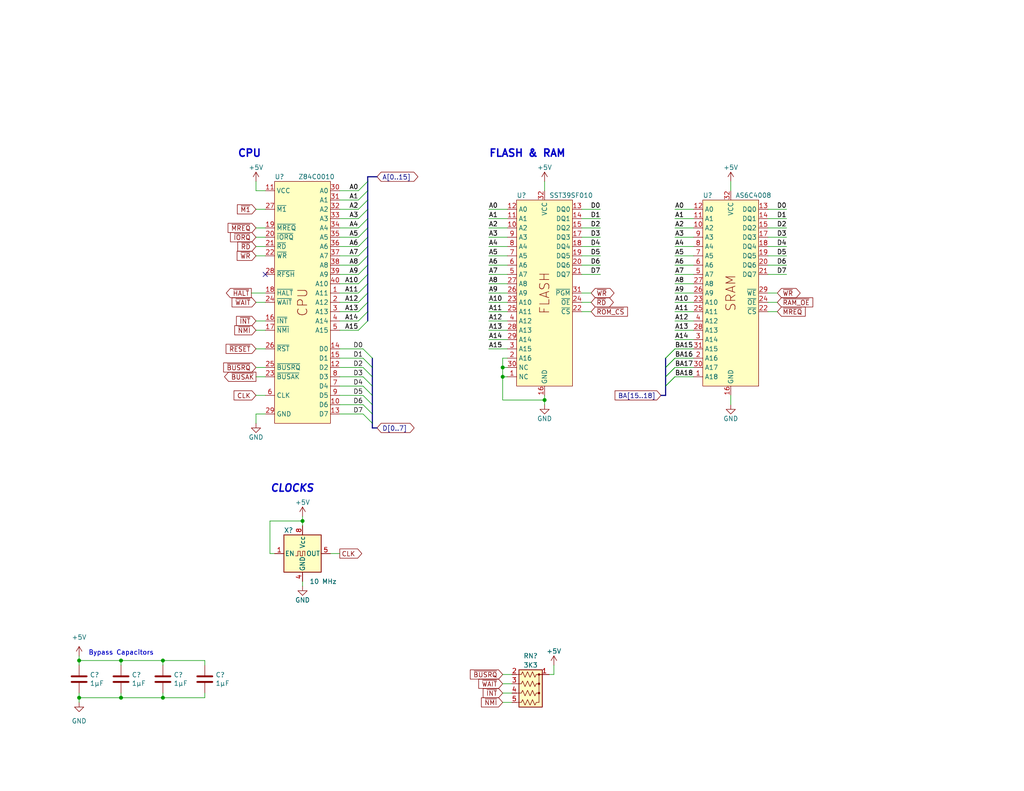
<source format=kicad_sch>
(kicad_sch (version 20230121) (generator eeschema)
  (paper "USLetter")
  (title_block (title "Flash ROM and RAM") (date "2023-09-08") (rev "2.12") (company "Frédéric Segard") (comment 1 "@microhobbyist") (comment 4 "Thank you to John Winans for his inspiration, as well as Grant Searle and Sergey Kiselev"))
  (lib_symbols
    (symbol "+5V_1" (power) (pin_names (offset 0))
      (property "Value" "+5V_1" (at 0 3.556 0))
      (symbol "+5V_1_0_1"
        (polyline (pts (xy -0.762 1.27) (xy 0 2.54)))
        (polyline (pts (xy 0 0) (xy 0 2.54)))
        (polyline (pts (xy 0 2.54) (xy 0.762 1.27)))
      )
      (symbol "+5V_1_1_1"
        (pin power_in line (at 0 0 90) (length 0) hide (name "+5V") (number "1"))
      )
    )
    (symbol "0_Library:AS6C4008"
      (property "Reference" "U" (at -7.62 0.635 0))
      (property "Value" "AS6C4008" (at 1.27 0.635 0))
      (symbol "AS6C4008_0_0"
        (text "SRAM" (at 0 -25.4 900) (effects (font (size 2.54 2.54))))
        (pin power_in line (at 0 -53.34 90) (length 2.54) (name "GND") (number "16"))
        (pin power_in line (at 0 2.54 270) (length 2.54) (name "VCC") (number "32"))
      )
      (symbol "AS6C4008_0_1"
        (rectangle (start -7.62 0) (end 7.62 -50.8) (fill (type background)))
      )
      (symbol "AS6C4008_1_1"
        (pin input line (at -10.16 -48.26 0) (length 2.54) (name "A18") (number "1"))
        (pin input line (at -10.16 -7.62 0) (length 2.54) (name "A2") (number "10"))
        (pin input line (at -10.16 -5.08 0) (length 2.54) (name "A1") (number "11"))
        (pin input line (at -10.16 -2.54 0) (length 2.54) (name "A0") (number "12"))
        (pin tri_state line (at 10.16 -2.54 180) (length 2.54) (name "DQ0") (number "13"))
        (pin tri_state line (at 10.16 -5.08 180) (length 2.54) (name "DQ1") (number "14"))
        (pin tri_state line (at 10.16 -7.62 180) (length 2.54) (name "DQ2") (number "15"))
        (pin tri_state line (at 10.16 -10.16 180) (length 2.54) (name "DQ3") (number "17"))
        (pin tri_state line (at 10.16 -12.7 180) (length 2.54) (name "DQ4") (number "18"))
        (pin tri_state line (at 10.16 -15.24 180) (length 2.54) (name "DQ5") (number "19"))
        (pin input line (at -10.16 -43.18 0) (length 2.54) (name "A16") (number "2"))
        (pin tri_state line (at 10.16 -17.78 180) (length 2.54) (name "DQ6") (number "20"))
        (pin tri_state line (at 10.16 -20.32 180) (length 2.54) (name "DQ7") (number "21"))
        (pin input line (at 10.16 -30.48 180) (length 2.54) (name "~{CS}") (number "22"))
        (pin input line (at -10.16 -27.94 0) (length 2.54) (name "A10") (number "23"))
        (pin input line (at 10.16 -27.94 180) (length 2.54) (name "~{OE}") (number "24"))
        (pin input line (at -10.16 -30.48 0) (length 2.54) (name "A11") (number "25"))
        (pin input line (at -10.16 -25.4 0) (length 2.54) (name "A9") (number "26"))
        (pin input line (at -10.16 -22.86 0) (length 2.54) (name "A8") (number "27"))
        (pin input line (at -10.16 -35.56 0) (length 2.54) (name "A13") (number "28"))
        (pin input line (at 10.16 -25.4 180) (length 2.54) (name "~{WE}") (number "29"))
        (pin input line (at -10.16 -38.1 0) (length 2.54) (name "A14") (number "3"))
        (pin input line (at -10.16 -45.72 0) (length 2.54) (name "A17") (number "30"))
        (pin input line (at -10.16 -40.64 0) (length 2.54) (name "A15") (number "31"))
        (pin input line (at -10.16 -33.02 0) (length 2.54) (name "A12") (number "4"))
        (pin input line (at -10.16 -20.32 0) (length 2.54) (name "A7") (number "5"))
        (pin input line (at -10.16 -17.78 0) (length 2.54) (name "A6") (number "6"))
        (pin input line (at -10.16 -15.24 0) (length 2.54) (name "A5") (number "7"))
        (pin input line (at -10.16 -12.7 0) (length 2.54) (name "A4") (number "8"))
        (pin input line (at -10.16 -10.16 0) (length 2.54) (name "A3") (number "9"))
      )
    )
    (symbol "0_Library:SST39SF010"
      (property "Reference" "U" (at -7.62 0 0))
      (property "Value" "SST39SF010" (at 1.27 0 0))
      (symbol "SST39SF010_0_0"
        (text "FLASH" (at 0 -25.4 900) (effects (font (size 2.54 2.54))))
        (pin power_in line (at 0 -53.34 90) (length 2.54) (name "GND") (number "16"))
        (pin power_in line (at 0 2.54 270) (length 2.54) (name "VCC") (number "32"))
      )
      (symbol "SST39SF010_0_1"
        (rectangle (start -7.62 0) (end 7.62 -50.8) (fill (type background)))
      )
      (symbol "SST39SF010_1_1"
        (pin input line (at -10.16 -48.26 0) (length 2.54) (name "NC") (number "1"))
        (pin input line (at -10.16 -7.62 0) (length 2.54) (name "A2") (number "10"))
        (pin input line (at -10.16 -5.08 0) (length 2.54) (name "A1") (number "11"))
        (pin input line (at -10.16 -2.54 0) (length 2.54) (name "A0") (number "12"))
        (pin tri_state line (at 10.16 -2.54 180) (length 2.54) (name "DQ0") (number "13"))
        (pin tri_state line (at 10.16 -5.08 180) (length 2.54) (name "DQ1") (number "14"))
        (pin tri_state line (at 10.16 -7.62 180) (length 2.54) (name "DQ2") (number "15"))
        (pin tri_state line (at 10.16 -10.16 180) (length 2.54) (name "DQ3") (number "17"))
        (pin tri_state line (at 10.16 -12.7 180) (length 2.54) (name "DQ4") (number "18"))
        (pin tri_state line (at 10.16 -15.24 180) (length 2.54) (name "DQ5") (number "19"))
        (pin input line (at -10.16 -43.18 0) (length 2.54) (name "A16") (number "2"))
        (pin tri_state line (at 10.16 -17.78 180) (length 2.54) (name "DQ6") (number "20"))
        (pin tri_state line (at 10.16 -20.32 180) (length 2.54) (name "DQ7") (number "21"))
        (pin input line (at 10.16 -30.48 180) (length 2.54) (name "~{CS}") (number "22"))
        (pin input line (at -10.16 -27.94 0) (length 2.54) (name "A10") (number "23"))
        (pin input line (at 10.16 -27.94 180) (length 2.54) (name "~{OE}") (number "24"))
        (pin input line (at -10.16 -30.48 0) (length 2.54) (name "A11") (number "25"))
        (pin input line (at -10.16 -25.4 0) (length 2.54) (name "A9") (number "26"))
        (pin input line (at -10.16 -22.86 0) (length 2.54) (name "A8") (number "27"))
        (pin input line (at -10.16 -35.56 0) (length 2.54) (name "A13") (number "28"))
        (pin input line (at -10.16 -38.1 0) (length 2.54) (name "A14") (number "29"))
        (pin input line (at -10.16 -40.64 0) (length 2.54) (name "A15") (number "3"))
        (pin input line (at -10.16 -45.72 0) (length 2.54) (name "NC") (number "30"))
        (pin input line (at 10.16 -25.4 180) (length 2.54) (name "~{PGM}") (number "31"))
        (pin input line (at -10.16 -33.02 0) (length 2.54) (name "A12") (number "4"))
        (pin input line (at -10.16 -20.32 0) (length 2.54) (name "A7") (number "5"))
        (pin input line (at -10.16 -17.78 0) (length 2.54) (name "A6") (number "6"))
        (pin input line (at -10.16 -15.24 0) (length 2.54) (name "A5") (number "7"))
        (pin input line (at -10.16 -12.7 0) (length 2.54) (name "A4") (number "8"))
        (pin input line (at -10.16 -10.16 0) (length 2.54) (name "A3") (number "9"))
      )
    )
    (symbol "0_Library:Z84C00xx CPU"
      (property "Reference" "U" (at -7.62 1.27 0))
      (property "Value" "Z84C00xx CPU" (at 1.27 1.27 0))
      (symbol "Z84C00xx CPU_0_0"
        (text "CPU" (at 0 -33.02 900) (effects (font (size 2.54 2.54))))
      )
      (symbol "Z84C00xx CPU_0_1"
        (rectangle (start -7.62 0) (end 7.62 -66.04) (stroke (width 0.1524)) (fill (type background)))
      )
      (symbol "Z84C00xx CPU_1_1"
        (pin tri_state line (at 10.16 -30.48 180) (length 2.54) (name "A11") (number "1"))
        (pin tri_state line (at 10.16 -60.96 180) (length 2.54) (name "D6") (number "10"))
        (pin power_in line (at -10.16 -2.54 0) (length 2.54) (name "VCC") (number "11"))
        (pin tri_state line (at 10.16 -50.8 180) (length 2.54) (name "D2") (number "12"))
        (pin tri_state line (at 10.16 -63.5 180) (length 2.54) (name "D7") (number "13"))
        (pin tri_state line (at 10.16 -45.72 180) (length 2.54) (name "D0") (number "14"))
        (pin tri_state line (at 10.16 -48.26 180) (length 2.54) (name "D1") (number "15"))
        (pin input line (at -10.16 -38.1 0) (length 2.54) (name "~{INT}") (number "16"))
        (pin input line (at -10.16 -40.64 0) (length 2.54) (name "~{NMI}") (number "17"))
        (pin output line (at -10.16 -30.48 0) (length 2.54) (name "~{HALT}") (number "18"))
        (pin tri_state line (at -10.16 -12.7 0) (length 2.54) (name "~{MREQ}") (number "19"))
        (pin tri_state line (at 10.16 -33.02 180) (length 2.54) (name "A12") (number "2"))
        (pin tri_state line (at -10.16 -15.24 0) (length 2.54) (name "~{IORQ}") (number "20"))
        (pin tri_state line (at -10.16 -17.78 0) (length 2.54) (name "~{RD}") (number "21"))
        (pin tri_state line (at -10.16 -20.32 0) (length 2.54) (name "~{WR}") (number "22"))
        (pin output line (at -10.16 -53.34 0) (length 2.54) (name "~{BUSAK}") (number "23"))
        (pin input line (at -10.16 -33.02 0) (length 2.54) (name "~{WAIT}") (number "24"))
        (pin input line (at -10.16 -50.8 0) (length 2.54) (name "~{BUSRQ}") (number "25"))
        (pin input line (at -10.16 -45.72 0) (length 2.54) (name "~{RST}") (number "26"))
        (pin output line (at -10.16 -7.62 0) (length 2.54) (name "~{M1}") (number "27"))
        (pin tri_state line (at -10.16 -25.4 0) (length 2.54) (name "~{RFSH}") (number "28"))
        (pin power_in line (at -10.16 -63.5 0) (length 2.54) (name "GND") (number "29"))
        (pin tri_state line (at 10.16 -35.56 180) (length 2.54) (name "A13") (number "3"))
        (pin tri_state line (at 10.16 -2.54 180) (length 2.54) (name "A0") (number "30"))
        (pin tri_state line (at 10.16 -5.08 180) (length 2.54) (name "A1") (number "31"))
        (pin tri_state line (at 10.16 -7.62 180) (length 2.54) (name "A2") (number "32"))
        (pin tri_state line (at 10.16 -10.16 180) (length 2.54) (name "A3") (number "33"))
        (pin tri_state line (at 10.16 -12.7 180) (length 2.54) (name "A4") (number "34"))
        (pin tri_state line (at 10.16 -15.24 180) (length 2.54) (name "A5") (number "35"))
        (pin tri_state line (at 10.16 -17.78 180) (length 2.54) (name "A6") (number "36"))
        (pin tri_state line (at 10.16 -20.32 180) (length 2.54) (name "A7") (number "37"))
        (pin tri_state line (at 10.16 -22.86 180) (length 2.54) (name "A8") (number "38"))
        (pin tri_state line (at 10.16 -25.4 180) (length 2.54) (name "A9") (number "39"))
        (pin tri_state line (at 10.16 -38.1 180) (length 2.54) (name "A14") (number "4"))
        (pin tri_state line (at 10.16 -27.94 180) (length 2.54) (name "A10") (number "40"))
        (pin tri_state line (at 10.16 -40.64 180) (length 2.54) (name "A15") (number "5"))
        (pin input line (at -10.16 -58.42 0) (length 2.54) (name "CLK") (number "6"))
        (pin tri_state line (at 10.16 -55.88 180) (length 2.54) (name "D4") (number "7"))
        (pin tri_state line (at 10.16 -53.34 180) (length 2.54) (name "D3") (number "8"))
        (pin tri_state line (at 10.16 -58.42 180) (length 2.54) (name "D5") (number "9"))
      )
    )
    (symbol "Device:C" (pin_numbers hide) (pin_names (offset 0.254))
      (property "Reference" "C" (at 0.635 2.54 0))
      (property "Value" "C" (at 0.635 -2.54 0))
      (symbol "C_0_1"
        (polyline (pts (xy -2.032 -0.762) (xy 2.032 -0.762)) (stroke (width 0.508)))
        (polyline (pts (xy -2.032 0.762) (xy 2.032 0.762)) (stroke (width 0.508)))
      )
      (symbol "C_1_1"
        (pin passive line (at 0 3.81 270) (length 2.794) (name "~") (number "1"))
        (pin passive line (at 0 -3.81 90) (length 2.794) (name "~") (number "2"))
      )
    )
    (symbol "Device:R_Network04_US" (pin_names (offset 0) hide)
      (property "Reference" "RN" (at -7.62 0 90))
      (property "Value" "R_Network04_US" (at 5.08 0 90))
      (symbol "R_Network04_US_0_1"
        (rectangle (start -6.35 -3.175) (end 3.81 3.175) (stroke (width 0.254)) (fill (type background)))
        (circle (center -5.08 2.286) (radius 0.254) (fill (type outline)))
        (circle (center -2.54 2.286) (radius 0.254) (fill (type outline)))
        (polyline (pts (xy -5.08 2.286) (xy 2.54 2.286)))
        (polyline (pts (xy -5.08 2.286) (xy -5.08 1.524) (xy -4.318 1.1684) (xy -5.842 0.508) (xy -4.318 -0.1524) (xy -5.842 -0.8382) (xy -4.318 -1.524) (xy -5.842 -2.1844) (xy -5.08 -2.54) (xy -5.08 -3.81)))
        (polyline (pts (xy -2.54 2.286) (xy -2.54 1.524) (xy -1.778 1.1684) (xy -3.302 0.508) (xy -1.778 -0.1524) (xy -3.302 -0.8382) (xy -1.778 -1.524) (xy -3.302 -2.1844) (xy -2.54 -2.54) (xy -2.54 -3.81)))
        (polyline (pts (xy 0 2.286) (xy 0 1.524) (xy 0.762 1.1684) (xy -0.762 0.508) (xy 0.762 -0.1524) (xy -0.762 -0.8382) (xy 0.762 -1.524) (xy -0.762 -2.1844) (xy 0 -2.54) (xy 0 -3.81)))
        (polyline (pts (xy 2.54 2.286) (xy 2.54 1.524) (xy 3.302 1.1684) (xy 1.778 0.508) (xy 3.302 -0.1524) (xy 1.778 -0.8382) (xy 3.302 -1.524) (xy 1.778 -2.1844) (xy 2.54 -2.54) (xy 2.54 -3.81)))
        (circle (center 0 2.286) (radius 0.254) (fill (type outline)))
      )
      (symbol "R_Network04_US_1_1"
        (pin passive line (at -5.08 5.08 270) (length 2.54) (name "common") (number "1"))
        (pin passive line (at -5.08 -5.08 90) (length 1.27) (name "R1") (number "2"))
        (pin passive line (at -2.54 -5.08 90) (length 1.27) (name "R2") (number "3"))
        (pin passive line (at 0 -5.08 90) (length 1.27) (name "R3") (number "4"))
        (pin passive line (at 2.54 -5.08 90) (length 1.27) (name "R4") (number "5"))
      )
    )
    (symbol "GND_1" (power) (pin_names (offset 0))
      (property "Value" "GND_1" (at 0 -3.81 0))
      (symbol "GND_1_0_1"
        (polyline (pts (xy 0 0) (xy 0 -1.27) (xy 1.27 -1.27) (xy 0 -2.54) (xy -1.27 -1.27) (xy 0 -1.27)))
      )
      (symbol "GND_1_1_1"
        (pin power_in line (at 0 0 270) (length 0) hide (name "GND") (number "1"))
      )
    )
    (symbol "GND_2" (power) (pin_names (offset 0))
      (property "Value" "GND_2" (at 0 -3.81 0))
      (symbol "GND_2_0_1"
        (polyline (pts (xy 0 0) (xy 0 -1.27) (xy 1.27 -1.27) (xy 0 -2.54) (xy -1.27 -1.27) (xy 0 -1.27)))
      )
      (symbol "GND_2_1_1"
        (pin power_in line (at 0 0 270) (length 0) hide (name "GND") (number "1"))
      )
    )
    (symbol "Oscillator:CXO_DIP8" (pin_names (offset 0.254))
      (property "Reference" "X" (at -5.08 6.35 0))
      (property "Value" "CXO_DIP8" (at 1.27 -6.35 0))
      (symbol "CXO_DIP8_0_1"
        (rectangle (start -5.08 5.08) (end 5.08 -5.08) (stroke (width 0.254)) (fill (type background)))
        (polyline (pts (xy -1.905 -0.635) (xy -1.27 -0.635) (xy -1.27 0.635) (xy -0.635 0.635) (xy -0.635 -0.635) (xy 0 -0.635) (xy 0 0.635) (xy 0.635 0.635) (xy 0.635 -0.635)))
      )
      (symbol "CXO_DIP8_1_1"
        (pin input line (at -7.62 0 0) (length 2.54) (name "EN") (number "1"))
        (pin power_in line (at 0 -7.62 90) (length 2.54) (name "GND") (number "4"))
        (pin output line (at 7.62 0 180) (length 2.54) (name "OUT") (number "5"))
        (pin power_in line (at 0 7.62 270) (length 2.54) (name "Vcc") (number "8"))
      )
    )
  )
  (junction (at 33.02 180.34))
  (junction (at 21.59 190.5))
  (junction (at 137.16 102.87))
  (junction (at 33.02 190.5))
  (junction (at 82.55 142.24))
  (junction (at 44.45 180.34))
  (junction (at 137.16 100.33))
  (junction (at 21.59 180.34))
  (junction (at 148.59 109.22))
  (junction (at 44.45 190.5))
  (no_connect (at 72.39 74.93))
  (bus_entry (at 97.79 72.39) (size 2.54 -2.54))
  (bus_entry (at 99.06 95.25) (size 2.54 2.54))
  (bus_entry (at 97.79 69.85) (size 2.54 -2.54))
  (bus_entry (at 97.79 67.31) (size 2.54 -2.54))
  (bus_entry (at 97.79 74.93) (size 2.54 -2.54))
  (bus_entry (at 97.79 54.61) (size 2.54 -2.54))
  (bus_entry (at 97.79 59.69) (size 2.54 -2.54))
  (bus_entry (at 97.79 64.77) (size 2.54 -2.54))
  (bus_entry (at 99.06 113.03) (size 2.54 2.54))
  (bus_entry (at 97.79 85.09) (size 2.54 -2.54))
  (bus_entry (at 97.79 87.63) (size 2.54 -2.54))
  (bus_entry (at 99.06 105.41) (size 2.54 2.54))
  (bus_entry (at 99.06 102.87) (size 2.54 2.54))
  (bus_entry (at 97.79 62.23) (size 2.54 -2.54))
  (bus_entry (at 97.79 52.07) (size 2.54 -2.54))
  (bus_entry (at 97.79 82.55) (size 2.54 -2.54))
  (bus_entry (at 181.61 102.87) (size 2.54 -2.54))
  (bus_entry (at 181.61 102.87) (size 2.54 -2.54))
  (bus_entry (at 181.61 100.33) (size 2.54 -2.54))
  (bus_entry (at 181.61 100.33) (size 2.54 -2.54))
  (bus_entry (at 181.61 97.79) (size 2.54 -2.54))
  (bus_entry (at 181.61 97.79) (size 2.54 -2.54))
  (bus_entry (at 99.06 100.33) (size 2.54 2.54))
  (bus_entry (at 97.79 90.17) (size 2.54 -2.54))
  (bus_entry (at 181.61 105.41) (size 2.54 -2.54))
  (bus_entry (at 181.61 105.41) (size 2.54 -2.54))
  (bus_entry (at 97.79 80.01) (size 2.54 -2.54))
  (bus_entry (at 99.06 107.95) (size 2.54 2.54))
  (bus_entry (at 99.06 97.79) (size 2.54 2.54))
  (bus_entry (at 99.06 110.49) (size 2.54 2.54))
  (bus_entry (at 97.79 77.47) (size 2.54 -2.54))
  (bus_entry (at 97.79 57.15) (size 2.54 -2.54))
  (wire (pts (xy 158.75 62.23) (xy 163.83 62.23)))
  (wire (pts (xy 158.75 85.09) (xy 161.29 85.09)))
  (bus (pts (xy 101.6 115.57) (xy 101.6 116.84)))
  (wire (pts (xy 21.59 189.23) (xy 21.59 190.5)))
  (wire (pts (xy 209.55 62.23) (xy 214.63 62.23)))
  (wire (pts (xy 69.85 107.95) (xy 72.39 107.95)))
  (wire (pts (xy 68.58 80.01) (xy 72.39 80.01)))
  (bus (pts (xy 100.33 62.23) (xy 100.33 59.69)))
  (wire (pts (xy 209.55 67.31) (xy 214.63 67.31)))
  (wire (pts (xy 92.71 110.49) (xy 99.06 110.49)))
  (bus (pts (xy 100.33 48.26) (xy 102.87 48.26)))
  (wire (pts (xy 138.43 90.17) (xy 133.35 90.17)))
  (bus (pts (xy 101.6 113.03) (xy 101.6 115.57)))
  (wire (pts (xy 69.85 82.55) (xy 72.39 82.55)))
  (wire (pts (xy 148.59 109.22) (xy 148.59 110.49)))
  (wire (pts (xy 209.55 74.93) (xy 214.63 74.93)))
  (wire (pts (xy 55.88 181.61) (xy 55.88 180.34)))
  (wire (pts (xy 209.55 80.01) (xy 212.09 80.01)))
  (wire (pts (xy 138.43 85.09) (xy 133.35 85.09)))
  (wire (pts (xy 33.02 189.23) (xy 33.02 190.5)))
  (bus (pts (xy 100.33 54.61) (xy 100.33 52.07)))
  (wire (pts (xy 184.15 102.87) (xy 189.23 102.87)))
  (wire (pts (xy 151.13 181.61) (xy 151.13 184.15)))
  (wire (pts (xy 69.85 62.23) (xy 72.39 62.23)))
  (wire (pts (xy 92.71 59.69) (xy 97.79 59.69)))
  (wire (pts (xy 209.55 85.09) (xy 212.09 85.09)))
  (bus (pts (xy 100.33 85.09) (xy 100.33 82.55)))
  (wire (pts (xy 92.71 105.41) (xy 99.06 105.41)))
  (wire (pts (xy 184.15 100.33) (xy 189.23 100.33)))
  (wire (pts (xy 189.23 72.39) (xy 184.15 72.39)))
  (wire (pts (xy 184.15 97.79) (xy 189.23 97.79)))
  (wire (pts (xy 138.43 59.69) (xy 133.35 59.69)))
  (bus (pts (xy 181.61 97.79) (xy 181.61 100.33)))
  (wire (pts (xy 69.85 57.15) (xy 72.39 57.15)))
  (wire (pts (xy 138.43 97.79) (xy 137.16 97.79)))
  (wire (pts (xy 158.75 64.77) (xy 163.83 64.77)))
  (wire (pts (xy 189.23 77.47) (xy 184.15 77.47)))
  (bus (pts (xy 100.33 82.55) (xy 100.33 80.01)))
  (wire (pts (xy 137.16 109.22) (xy 148.59 109.22)))
  (wire (pts (xy 21.59 179.07) (xy 21.59 180.34)))
  (bus (pts (xy 181.61 100.33) (xy 181.61 102.87)))
  (wire (pts (xy 209.55 69.85) (xy 214.63 69.85)))
  (wire (pts (xy 82.55 142.24) (xy 82.55 143.51)))
  (wire (pts (xy 138.43 72.39) (xy 133.35 72.39)))
  (bus (pts (xy 100.33 59.69) (xy 100.33 57.15)))
  (wire (pts (xy 209.55 57.15) (xy 214.63 57.15)))
  (wire (pts (xy 137.16 186.69) (xy 139.7 186.69)))
  (wire (pts (xy 148.59 49.53) (xy 148.59 52.07)))
  (wire (pts (xy 137.16 102.87) (xy 137.16 109.22)))
  (wire (pts (xy 189.23 62.23) (xy 184.15 62.23)))
  (wire (pts (xy 44.45 180.34) (xy 33.02 180.34)))
  (wire (pts (xy 148.59 107.95) (xy 148.59 109.22)))
  (wire (pts (xy 137.16 189.23) (xy 139.7 189.23)))
  (wire (pts (xy 69.85 100.33) (xy 72.39 100.33)))
  (wire (pts (xy 92.71 54.61) (xy 97.79 54.61)))
  (wire (pts (xy 92.71 102.87) (xy 99.06 102.87)))
  (wire (pts (xy 44.45 189.23) (xy 44.45 190.5)))
  (wire (pts (xy 189.23 59.69) (xy 184.15 59.69)))
  (wire (pts (xy 199.39 49.53) (xy 199.39 52.07)))
  (wire (pts (xy 92.71 151.13) (xy 90.17 151.13)))
  (bus (pts (xy 180.34 107.95) (xy 181.61 107.95)))
  (wire (pts (xy 33.02 180.34) (xy 21.59 180.34)))
  (wire (pts (xy 69.85 67.31) (xy 72.39 67.31)))
  (wire (pts (xy 69.85 90.17) (xy 72.39 90.17)))
  (wire (pts (xy 92.71 97.79) (xy 99.06 97.79)))
  (bus (pts (xy 181.61 102.87) (xy 181.61 105.41)))
  (wire (pts (xy 209.55 72.39) (xy 214.63 72.39)))
  (wire (pts (xy 92.71 74.93) (xy 97.79 74.93)))
  (wire (pts (xy 138.43 67.31) (xy 133.35 67.31)))
  (wire (pts (xy 73.66 142.24) (xy 73.66 151.13)))
  (wire (pts (xy 138.43 82.55) (xy 133.35 82.55)))
  (wire (pts (xy 92.71 62.23) (xy 97.79 62.23)))
  (bus (pts (xy 100.33 67.31) (xy 100.33 64.77)))
  (wire (pts (xy 55.88 189.23) (xy 55.88 190.5)))
  (wire (pts (xy 92.71 57.15) (xy 97.79 57.15)))
  (wire (pts (xy 199.39 107.95) (xy 199.39 110.49)))
  (wire (pts (xy 138.43 100.33) (xy 137.16 100.33)))
  (wire (pts (xy 44.45 190.5) (xy 55.88 190.5)))
  (wire (pts (xy 209.55 59.69) (xy 214.63 59.69)))
  (wire (pts (xy 189.23 82.55) (xy 184.15 82.55)))
  (bus (pts (xy 100.33 80.01) (xy 100.33 77.47)))
  (wire (pts (xy 209.55 82.55) (xy 212.09 82.55)))
  (wire (pts (xy 138.43 57.15) (xy 133.35 57.15)))
  (wire (pts (xy 92.71 72.39) (xy 97.79 72.39)))
  (wire (pts (xy 158.75 72.39) (xy 163.83 72.39)))
  (bus (pts (xy 100.33 49.53) (xy 100.33 48.26)))
  (wire (pts (xy 44.45 181.61) (xy 44.45 180.34)))
  (wire (pts (xy 189.23 80.01) (xy 184.15 80.01)))
  (wire (pts (xy 72.39 52.07) (xy 69.85 52.07)))
  (bus (pts (xy 100.33 77.47) (xy 100.33 74.93)))
  (wire (pts (xy 158.75 59.69) (xy 163.83 59.69)))
  (bus (pts (xy 101.6 105.41) (xy 101.6 107.95)))
  (wire (pts (xy 189.23 57.15) (xy 184.15 57.15)))
  (wire (pts (xy 138.43 87.63) (xy 133.35 87.63)))
  (bus (pts (xy 101.6 107.95) (xy 101.6 110.49)))
  (wire (pts (xy 21.59 180.34) (xy 21.59 181.61)))
  (wire (pts (xy 72.39 113.03) (xy 69.85 113.03)))
  (wire (pts (xy 138.43 74.93) (xy 133.35 74.93)))
  (wire (pts (xy 189.23 90.17) (xy 184.15 90.17)))
  (bus (pts (xy 100.33 87.63) (xy 100.33 85.09)))
  (wire (pts (xy 137.16 100.33) (xy 137.16 102.87)))
  (wire (pts (xy 158.75 74.93) (xy 163.83 74.93)))
  (wire (pts (xy 82.55 140.97) (xy 82.55 142.24)))
  (wire (pts (xy 92.71 64.77) (xy 97.79 64.77)))
  (wire (pts (xy 69.85 49.53) (xy 69.85 52.07)))
  (wire (pts (xy 137.16 184.15) (xy 139.7 184.15)))
  (bus (pts (xy 101.6 97.79) (xy 101.6 100.33)))
  (bus (pts (xy 100.33 57.15) (xy 100.33 54.61)))
  (bus (pts (xy 100.33 52.07) (xy 100.33 49.53)))
  (wire (pts (xy 189.23 64.77) (xy 184.15 64.77)))
  (wire (pts (xy 92.71 100.33) (xy 99.06 100.33)))
  (bus (pts (xy 101.6 110.49) (xy 101.6 113.03)))
  (wire (pts (xy 138.43 95.25) (xy 133.35 95.25)))
  (wire (pts (xy 33.02 181.61) (xy 33.02 180.34)))
  (wire (pts (xy 69.85 64.77) (xy 72.39 64.77)))
  (wire (pts (xy 92.71 82.55) (xy 97.79 82.55)))
  (wire (pts (xy 92.71 95.25) (xy 99.06 95.25)))
  (wire (pts (xy 189.23 69.85) (xy 184.15 69.85)))
  (wire (pts (xy 138.43 92.71) (xy 133.35 92.71)))
  (wire (pts (xy 138.43 77.47) (xy 133.35 77.47)))
  (bus (pts (xy 100.33 74.93) (xy 100.33 72.39)))
  (wire (pts (xy 69.85 113.03) (xy 69.85 115.57)))
  (bus (pts (xy 101.6 116.84) (xy 102.87 116.84)))
  (wire (pts (xy 21.59 190.5) (xy 33.02 190.5)))
  (wire (pts (xy 184.15 95.25) (xy 189.23 95.25)))
  (wire (pts (xy 209.55 64.77) (xy 214.63 64.77)))
  (wire (pts (xy 189.23 74.93) (xy 184.15 74.93)))
  (bus (pts (xy 181.61 105.41) (xy 181.61 107.95)))
  (wire (pts (xy 189.23 67.31) (xy 184.15 67.31)))
  (wire (pts (xy 158.75 67.31) (xy 163.83 67.31)))
  (wire (pts (xy 92.71 80.01) (xy 97.79 80.01)))
  (wire (pts (xy 189.23 85.09) (xy 184.15 85.09)))
  (wire (pts (xy 189.23 87.63) (xy 184.15 87.63)))
  (wire (pts (xy 161.29 82.55) (xy 158.75 82.55)))
  (wire (pts (xy 55.88 180.34) (xy 44.45 180.34)))
  (wire (pts (xy 69.85 95.25) (xy 72.39 95.25)))
  (wire (pts (xy 158.75 69.85) (xy 163.83 69.85)))
  (wire (pts (xy 33.02 190.5) (xy 44.45 190.5)))
  (bus (pts (xy 101.6 102.87) (xy 101.6 105.41)))
  (wire (pts (xy 138.43 69.85) (xy 133.35 69.85)))
  (wire (pts (xy 137.16 97.79) (xy 137.16 100.33)))
  (wire (pts (xy 92.71 87.63) (xy 97.79 87.63)))
  (wire (pts (xy 73.66 151.13) (xy 74.93 151.13)))
  (wire (pts (xy 92.71 113.03) (xy 99.06 113.03)))
  (wire (pts (xy 92.71 77.47) (xy 97.79 77.47)))
  (wire (pts (xy 92.71 69.85) (xy 97.79 69.85)))
  (bus (pts (xy 100.33 64.77) (xy 100.33 62.23)))
  (wire (pts (xy 92.71 107.95) (xy 99.06 107.95)))
  (wire (pts (xy 158.75 57.15) (xy 163.83 57.15)))
  (wire (pts (xy 92.71 85.09) (xy 97.79 85.09)))
  (wire (pts (xy 158.75 80.01) (xy 161.29 80.01)))
  (wire (pts (xy 69.85 102.87) (xy 72.39 102.87)))
  (wire (pts (xy 137.16 102.87) (xy 138.43 102.87)))
  (wire (pts (xy 21.59 190.5) (xy 21.59 191.77)))
  (bus (pts (xy 100.33 72.39) (xy 100.33 69.85)))
  (wire (pts (xy 92.71 52.07) (xy 97.79 52.07)))
  (wire (pts (xy 138.43 80.01) (xy 133.35 80.01)))
  (bus (pts (xy 101.6 100.33) (xy 101.6 102.87)))
  (wire (pts (xy 92.71 90.17) (xy 97.79 90.17)))
  (wire (pts (xy 137.16 191.77) (xy 139.7 191.77)))
  (bus (pts (xy 100.33 69.85) (xy 100.33 67.31)))
  (wire (pts (xy 92.71 67.31) (xy 97.79 67.31)))
  (wire (pts (xy 189.23 92.71) (xy 184.15 92.71)))
  (wire (pts (xy 69.85 87.63) (xy 72.39 87.63)))
  (wire (pts (xy 82.55 142.24) (xy 73.66 142.24)))
  (wire (pts (xy 82.55 160.02) (xy 82.55 158.75)))
  (wire (pts (xy 151.13 184.15) (xy 149.86 184.15)))
  (wire (pts (xy 138.43 62.23) (xy 133.35 62.23)))
  (wire (pts (xy 69.85 69.85) (xy 72.39 69.85)))
  (wire (pts (xy 138.43 64.77) (xy 133.35 64.77)))
  (text "CLOCKS" (at 73.66 134.62 0) (effects (font (size 2 2) (thickness 0.4) bold italic) (justify left bottom)))
  (text "CPU" (at 64.77 43.18 0) (effects (font (size 2 2) (thickness 0.4) bold) (justify left bottom)))
  (text "Bypass Capacitors" (at 24.13 179.07 0) (effects (font (size 1.27 1.27)) (justify left bottom)))
  (text "Bypass Capacitors" (at 24.13 179.07 0) (effects (font (size 1.27 1.27)) (justify left bottom)))
  (text "FLASH & RAM" (at 133.35 43.18 0) (effects (font (size 2 2) (thickness 0.4) bold) (justify left bottom)))
  (label "A6" (at 97.79 67.31 180))
  (label "A14" (at 133.35 92.71 0))
  (label "D5" (at 99.06 107.95 180))
  (label "BA18" (at 184.15 102.87 0))
  (label "D5" (at 163.83 69.85 180))
  (label "BA15" (at 184.15 95.25 0))
  (label "A9" (at 133.35 80.01 0))
  (label "D7" (at 163.83 74.93 180))
  (label "A1" (at 133.35 59.69 0))
  (label "A13" (at 184.15 90.17 0))
  (label "A14" (at 97.79 87.63 180))
  (label "A10" (at 184.15 82.55 0))
  (label "A4" (at 97.79 62.23 180))
  (label "A10" (at 97.79 77.47 180))
  (label "A9" (at 97.79 74.93 180))
  (label "A3" (at 184.15 64.77 0))
  (label "A3" (at 184.15 64.77 0))
  (label "D1" (at 163.83 59.69 180))
  (label "A9" (at 133.35 80.01 0))
  (label "A11" (at 133.35 85.09 0))
  (label "D5" (at 214.63 69.85 180))
  (label "D7" (at 163.83 74.93 180))
  (label "A2" (at 184.15 62.23 0))
  (label "A2" (at 133.35 62.23 0))
  (label "BA15" (at 184.15 95.25 0))
  (label "A7" (at 133.35 74.93 0))
  (label "A15" (at 97.79 90.17 180))
  (label "A0" (at 184.15 57.15 0))
  (label "A4" (at 133.35 67.31 0))
  (label "A5" (at 184.15 69.85 0))
  (label "BA18" (at 184.15 102.87 0))
  (label "A1" (at 133.35 59.69 0))
  (label "A6" (at 184.15 72.39 0))
  (label "A2" (at 97.79 57.15 180))
  (label "A13" (at 97.79 85.09 180))
  (label "BA16" (at 184.15 97.79 0))
  (label "BA17" (at 184.15 100.33 0))
  (label "A10" (at 97.79 77.47 180))
  (label "D6" (at 163.83 72.39 180))
  (label "A3" (at 133.35 64.77 0))
  (label "A11" (at 184.15 85.09 0))
  (label "A9" (at 184.15 80.01 0))
  (label "A5" (at 133.35 69.85 0))
  (label "A6" (at 97.79 67.31 180))
  (label "D4" (at 163.83 67.31 180))
  (label "D7" (at 99.06 113.03 180))
  (label "A13" (at 133.35 90.17 0))
  (label "D4" (at 214.63 67.31 180))
  (label "A4" (at 184.15 67.31 0))
  (label "A2" (at 133.35 62.23 0))
  (label "D6" (at 214.63 72.39 180))
  (label "D1" (at 163.83 59.69 180))
  (label "A0" (at 133.35 57.15 0))
  (label "D2" (at 214.63 62.23 180))
  (label "A8" (at 184.15 77.47 0))
  (label "D4" (at 163.83 67.31 180))
  (label "D1" (at 99.06 97.79 180))
  (label "A13" (at 184.15 90.17 0))
  (label "A10" (at 133.35 82.55 0))
  (label "D1" (at 214.63 59.69 180))
  (label "A8" (at 97.79 72.39 180))
  (label "A3" (at 97.79 59.69 180))
  (label "D0" (at 214.63 57.15 180))
  (label "A6" (at 133.35 72.39 0))
  (label "A0" (at 184.15 57.15 0))
  (label "A14" (at 184.15 92.71 0))
  (label "A1" (at 97.79 54.61 180))
  (label "D1" (at 214.63 59.69 180))
  (label "D0" (at 214.63 57.15 180))
  (label "D3" (at 99.06 102.87 180))
  (label "A5" (at 133.35 69.85 0))
  (label "A7" (at 184.15 74.93 0))
  (label "A6" (at 133.35 72.39 0))
  (label "D6" (at 214.63 72.39 180))
  (label "A12" (at 184.15 87.63 0))
  (label "D5" (at 214.63 69.85 180))
  (label "D2" (at 163.83 62.23 180))
  (label "D0" (at 99.06 95.25 180))
  (label "A0" (at 97.79 52.07 180))
  (label "A0" (at 97.79 52.07 180))
  (label "A6" (at 184.15 72.39 0))
  (label "D3" (at 214.63 64.77 180))
  (label "A13" (at 133.35 90.17 0))
  (label "A8" (at 97.79 72.39 180))
  (label "A1" (at 184.15 59.69 0))
  (label "D7" (at 214.63 74.93 180))
  (label "BA17" (at 184.15 100.33 0))
  (label "D3" (at 163.83 64.77 180))
  (label "A5" (at 184.15 69.85 0))
  (label "A1" (at 184.15 59.69 0))
  (label "A3" (at 97.79 59.69 180))
  (label "A14" (at 184.15 92.71 0))
  (label "BA16" (at 184.15 97.79 0))
  (label "D3" (at 163.83 64.77 180))
  (label "A10" (at 184.15 82.55 0))
  (label "A7" (at 184.15 74.93 0))
  (label "D5" (at 163.83 69.85 180))
  (label "A15" (at 133.35 95.25 0))
  (label "D2" (at 214.63 62.23 180))
  (label "A8" (at 133.35 77.47 0))
  (label "A11" (at 97.79 80.01 180))
  (label "A5" (at 97.79 64.77 180))
  (label "D6" (at 163.83 72.39 180))
  (label "A13" (at 97.79 85.09 180))
  (label "D3" (at 214.63 64.77 180))
  (label "D4" (at 99.06 105.41 180))
  (label "D0" (at 163.83 57.15 180))
  (label "A0" (at 133.35 57.15 0))
  (label "A3" (at 133.35 64.77 0))
  (label "A10" (at 133.35 82.55 0))
  (label "A2" (at 97.79 57.15 180))
  (label "A8" (at 133.35 77.47 0))
  (label "A7" (at 97.79 69.85 180))
  (label "A1" (at 97.79 54.61 180))
  (label "A2" (at 184.15 62.23 0))
  (label "A5" (at 97.79 64.77 180))
  (label "A15" (at 97.79 90.17 180))
  (label "A12" (at 97.79 82.55 180))
  (label "D4" (at 214.63 67.31 180))
  (label "D2" (at 99.06 100.33 180))
  (label "A12" (at 133.35 87.63 0))
  (label "A15" (at 133.35 95.25 0))
  (label "A9" (at 184.15 80.01 0))
  (label "A14" (at 133.35 92.71 0))
  (label "A11" (at 184.15 85.09 0))
  (label "D7" (at 214.63 74.93 180))
  (label "A4" (at 184.15 67.31 0))
  (label "D6" (at 99.06 110.49 180))
  (label "A11" (at 97.79 80.01 180))
  (label "A12" (at 133.35 87.63 0))
  (label "A14" (at 97.79 87.63 180))
  (label "A7" (at 133.35 74.93 0))
  (label "A9" (at 97.79 74.93 180))
  (label "A11" (at 133.35 85.09 0))
  (label "A4" (at 133.35 67.31 0))
  (label "D0" (at 163.83 57.15 180))
  (label "D2" (at 163.83 62.23 180))
  (label "A4" (at 97.79 62.23 180))
  (label "A12" (at 97.79 82.55 180))
  (label "A7" (at 97.79 69.85 180))
  (label "A8" (at 184.15 77.47 0))
  (label "A12" (at 184.15 87.63 0))
  (global_label "~{WR}" (shape input) (at 69.85 69.85 180) (property "Intersheetrefs" "${INTERSHEET_REFS}" (effects hide)))
  (global_label "~{RD}" (shape tri_state) (at 161.29 82.55 0) (property "Intersheetrefs" "${INTERSHEET_REFS}" (effects hide)))
  (global_label "~{MREQ}" (shape input) (at 69.85 62.23 180) (property "Intersheetrefs" "${INTERSHEET_REFS}" (effects hide)))
  (global_label "~{HALT}" (shape output) (at 68.58 80.01 180) (property "Intersheetrefs" "${INTERSHEET_REFS}" (effects hide)))
  (global_label "~{NMI}" (shape input) (at 137.16 191.77 180) (property "Intersheetrefs" "${INTERSHEET_REFS}" (effects hide)))
  (global_label "CLK" (shape input) (at 69.85 107.95 180) (property "Intersheetrefs" "${INTERSHEET_REFS}" (effects hide)))
  (global_label "~{ROM_CS}" (shape input) (at 161.29 85.09 0) (property "Intersheetrefs" "${INTERSHEET_REFS}" (effects hide)))
  (global_label "~{M1}" (shape input) (at 69.85 57.15 180) (property "Intersheetrefs" "${INTERSHEET_REFS}" (effects hide)))
  (global_label "~{BUSRQ}" (shape input) (at 69.85 100.33 180) (property "Intersheetrefs" "${INTERSHEET_REFS}" (effects hide)))
  (global_label "A[0..15]" (shape tri_state) (at 102.87 48.26 0) (property "Intersheetrefs" "${INTERSHEET_REFS}" (effects hide)))
  (global_label "~{MREQ}" (shape input) (at 212.09 85.09 0) (property "Intersheetrefs" "${INTERSHEET_REFS}" (effects hide)))
  (global_label "D[0..7]" (shape tri_state) (at 102.87 116.84 0) (property "Intersheetrefs" "${INTERSHEET_REFS}" (effects hide)))
  (global_label "~{INT}" (shape input) (at 137.16 189.23 180) (property "Intersheetrefs" "${INTERSHEET_REFS}" (effects hide)))
  (global_label "~{NMI}" (shape input) (at 69.85 90.17 180) (property "Intersheetrefs" "${INTERSHEET_REFS}" (effects hide)))
  (global_label "~{RAM_OE}" (shape input) (at 212.09 82.55 0) (property "Intersheetrefs" "${INTERSHEET_REFS}" (effects hide)))
  (global_label "~{WR}" (shape tri_state) (at 212.09 80.01 0) (property "Intersheetrefs" "${INTERSHEET_REFS}" (effects hide)))
  (global_label "~{RESET}" (shape input) (at 69.85 95.25 180) (property "Intersheetrefs" "${INTERSHEET_REFS}" (effects hide)))
  (global_label "~{IORQ}" (shape input) (at 69.85 64.77 180) (property "Intersheetrefs" "${INTERSHEET_REFS}" (effects hide)))
  (global_label "~{INT}" (shape input) (at 69.85 87.63 180) (property "Intersheetrefs" "${INTERSHEET_REFS}" (effects hide)))
  (global_label "~{BUSAK}" (shape output) (at 69.85 102.87 180) (property "Intersheetrefs" "${INTERSHEET_REFS}" (effects hide)))
  (global_label "~{WR}" (shape tri_state) (at 161.29 80.01 0) (property "Intersheetrefs" "${INTERSHEET_REFS}" (effects hide)))
  (global_label "~{WAIT}" (shape input) (at 69.85 82.55 180) (property "Intersheetrefs" "${INTERSHEET_REFS}" (effects hide)))
  (global_label "~{BUSRQ}" (shape input) (at 137.16 184.15 180) (property "Intersheetrefs" "${INTERSHEET_REFS}" (effects hide)))
  (global_label "CLK" (shape output) (at 92.71 151.13 0) (property "Intersheetrefs" "${INTERSHEET_REFS}" (effects hide)))
  (global_label "BA[15..18]" (shape input) (at 180.34 107.95 180) (property "Intersheetrefs" "${INTERSHEET_REFS}" (effects hide)))
  (global_label "~{WAIT}" (shape input) (at 137.16 186.69 180) (property "Intersheetrefs" "${INTERSHEET_REFS}" (effects hide)))
  (global_label "~{RD}" (shape input) (at 69.85 67.31 180) (property "Intersheetrefs" "${INTERSHEET_REFS}" (effects hide)))
  (symbol (lib_name "GND_1") (lib_id "power:GND") (at 69.85 115.57 0) (unit 1)
    (property "Reference" "#PWR?" (effects hide))
    (property "Value" "GND" (at 69.85 119.38 0))
    (instances (project "1 - Main CPU board with basic peripherals (rev5)" (path "" (reference "#PWR?") (unit 1))) (project "2 - CPU and memory card with the essential peripherals" (path "" (reference "#PWR?") (unit 1)) (path "" (reference "#PWR?") (unit 1)) (path "" (reference "#PWR?") (unit 1))) (project "2 - CPU and core components (Rev 3)" (path "" (reference "#PWR025") (unit 1))))
  )
  (symbol (lib_id "0_Library:Z84C00xx CPU") (at 82.55 49.53 0) (unit 1)
    (property "Reference" "U?" (at 74.93 48.26 0) (effects (justify left)))
    (property "Value" "Z84C0010" (at 86.36 48.26 0))
    (property "Footprint" "Package_DIP:DIP-40_W15.24mm_Socket" (effects hide))
    (property "Datasheet" "https://www.mouser.ca/datasheet/2/240/ps0178-2584834.pdf" (effects hide))
    (instances (project "1 - Main CPU board with basic peripherals (rev5)" (path "" (reference "U?") (unit 1))) (project "2 - CPU and memory card with the essential peripherals" (path "" (reference "U?") (unit 1))) (project "" (path "" (reference "U?") (unit 1))) (project "2 - CPU and core components (Rev 3)" (path "" (reference "U7") (unit 1))))
  )
  (symbol (lib_name "+5V_1") (lib_id "power:+5V") (at 199.39 49.53 0) (unit 1)
    (property "Reference" "#PWR?" (effects hide))
    (property "Value" "+5V" (at 199.39 45.72 0))
    (instances (project "1 - Main CPU board with basic peripherals (rev5)" (path "" (reference "#PWR?") (unit 1))) (project "2 - CPU and memory card with the essential peripherals" (path "" (reference "#PWR?") (unit 1))) (project "2 - CPU and core components (Rev 3)" (path "" (reference "#PWR022") (unit 1))))
  )
  (symbol (lib_name "GND_1") (lib_id "power:GND") (at 199.39 110.49 0) (unit 1)
    (property "Reference" "#PWR?" (effects hide))
    (property "Value" "GND" (at 199.39 114.3 0))
    (instances (project "1 - Main CPU board with basic peripherals (rev5)" (path "" (reference "#PWR?") (unit 1))) (project "2 - CPU and memory card with the essential peripherals" (path "" (reference "#PWR?") (unit 1)) (path "" (reference "#PWR?") (unit 1)) (path "" (reference "#PWR?") (unit 1))) (project "2 - CPU and core components (Rev 3)" (path "" (reference "#PWR024") (unit 1))))
  )
  (symbol (lib_name "+5V_1") (lib_id "power:+5V") (at 151.13 181.61 0) (unit 1)
    (property "Reference" "#PWR?" (effects hide))
    (property "Value" "+5V" (at 151.13 177.8 0))
    (instances (project "1 - Main CPU board with basic peripherals (rev5)" (path "" (reference "#PWR?") (unit 1))) (project "0 - Card edge backplane v2" (path "" (reference "#PWR?") (unit 1))) (project "2 - CPU and core components (Rev 3)" (path "" (reference "#PWR?") (unit 1)) (path "" (reference "#PWR029") (unit 1))))
  )
  (symbol (lib_name "GND_1") (lib_id "power:GND") (at 21.59 191.77 0) (unit 1)
    (property "Reference" "#PWR?" (effects hide))
    (property "Value" "GND" (at 21.59 196.85 0))
    (instances (project "1 - Main CPU board with basic peripherals (rev5)" (path "" (reference "#PWR?") (unit 1)) (path "" (reference "#PWR?") (unit 1))) (project "2 - CPU and memory card with the essential peripherals" (path "" (reference "#PWR?") (unit 1))) (project "3 - Quad Serial card v3" (path "" (reference "#PWR?") (unit 1)) (path "" (reference "#PWR?") (unit 1))) (project "2 - CPU and core components (Rev 3)" (path "" (reference "#PWR?") (unit 1)) (path "" (reference "#PWR030") (unit 1))))
  )
  (symbol (lib_name "+5V_1") (lib_id "power:+5V") (at 69.85 49.53 0) (unit 1)
    (property "Reference" "#PWR?" (effects hide))
    (property "Value" "+5V" (at 69.85 45.72 0))
    (instances (project "1 - Main CPU board with basic peripherals (rev5)" (path "" (reference "#PWR?") (unit 1))) (project "2 - CPU and memory card with the essential peripherals" (path "" (reference "#PWR?") (unit 1))) (project "2 - CPU and core components (Rev 3)" (path "" (reference "#PWR020") (unit 1))))
  )
  (symbol (lib_id "Device:C") (at 33.02 185.42 0) (unit 1)
    (property "Reference" "C?" (at 35.941 184.2516 0) (effects (justify left)))
    (property "Value" "1µF" (at 35.941 186.563 0) (effects (justify left)))
    (property "Footprint" "Capacitor_THT:C_Disc_D3.4mm_W2.1mm_P2.50mm" (effects hide))
    (instances (project "1 - Main CPU board with basic peripherals (rev5)" (path "" (reference "C?") (unit 1)) (path "" (reference "C?") (unit 1))) (project "2 - CPU and memory card with the essential peripherals" (path "" (reference "C?") (unit 1))) (project "3 - Quad Serial card v3" (path "" (reference "C?") (unit 1)) (path "" (reference "C?") (unit 1))) (project "2 - CPU and core components (Rev 3)" (path "" (reference "C?") (unit 1)) (path "" (reference "C8") (unit 1))))
  )
  (symbol (lib_id "Device:R_Network04_US") (at 144.78 189.23 270) (unit 1)
    (property "Reference" "RN?" (at 144.78 179.07 90))
    (property "Value" "3K3" (at 144.78 181.61 90))
    (property "Footprint" "Resistor_THT:R_Array_SIP5" (effects hide))
    (property "Datasheet" "http://www.vishay.com/docs/31509/csc.pdf" (effects hide))
    (instances (project "2 - CPU and core components (Rev 3)" (path "" (reference "RN?") (unit 1)) (path "" (reference "RN2") (unit 1))))
  )
  (symbol (lib_id "0_Library:AS6C4008") (at 199.39 54.61 0) (unit 1)
    (property "Reference" "U?" (at 191.77 53.34 0) (effects (justify left)))
    (property "Value" "AS6C4008" (at 200.66 53.34 0) (effects (justify left)))
    (property "Footprint" "Package_DIP:DIP-32_W15.24mm_Socket" (effects hide))
    (property "Datasheet" "https://www.alliancememory.com/wp-content/uploads/pdf/AS6C4008.pdf" (effects hide))
    (instances (project "1 - Main CPU board with basic peripherals (rev5)" (path "" (reference "U?") (unit 1))) (project "2 - CPU and memory card with the essential peripherals" (path "" (reference "U?") (unit 1))) (project "" (path "" (reference "U?") (unit 1))) (project "2 - CPU and core components (Rev 3)" (path "" (reference "U9") (unit 1))))
  )
  (symbol (lib_name "GND_2") (lib_id "power:GND") (at 82.55 160.02 0) (unit 1)
    (property "Reference" "#PWR?" (effects hide))
    (property "Value" "GND" (at 82.55 163.83 0))
    (instances (project "1 - Main CPU board with basic peripherals (rev5)" (path "" (reference "#PWR?") (unit 1))) (project "1 - ATX 16 bit ISA passive backplane" (path "" (reference "#PWR?") (unit 1))) (project "2 - CPU and core components (Rev 3)" (path "" (reference "#PWR?") (unit 1)) (path "" (reference "#PWR?") (unit 1)) (path "" (reference "#PWR027") (unit 1))))
  )
  (symbol (lib_id "Device:C") (at 44.45 185.42 0) (unit 1)
    (property "Reference" "C?" (at 47.371 184.2516 0) (effects (justify left)))
    (property "Value" "1µF" (at 47.371 186.563 0) (effects (justify left)))
    (property "Footprint" "Capacitor_THT:C_Disc_D3.4mm_W2.1mm_P2.50mm" (effects hide))
    (instances (project "1 - Main CPU board with basic peripherals (rev5)" (path "" (reference "C?") (unit 1)) (path "" (reference "C?") (unit 1))) (project "2 - CPU and memory card with the essential peripherals" (path "" (reference "C?") (unit 1))) (project "3 - Quad Serial card v3" (path "" (reference "C?") (unit 1)) (path "" (reference "C?") (unit 1))) (project "2 - CPU and core components (Rev 3)" (path "" (reference "C?") (unit 1)) (path "" (reference "C9") (unit 1))))
  )
  (symbol (lib_id "0_Library:SST39SF010") (at 148.59 54.61 0) (unit 1)
    (property "Reference" "U?" (at 140.97 53.34 0) (effects (justify left)))
    (property "Value" "SST39SF010" (at 149.86 53.34 0) (effects (justify left)))
    (property "Footprint" "Package_DIP:DIP-32_W15.24mm_Socket" (effects hide))
    (property "Datasheet" "https://ww1.microchip.com/downloads/en/DeviceDoc/20005022C.pdf" (effects hide))
    (instances (project "1 - Main CPU board with basic peripherals (rev5)" (path "" (reference "U?") (unit 1))) (project "2 - CPU and memory card with the essential peripherals" (path "" (reference "U?") (unit 1))) (project "" (path "" (reference "U?") (unit 1))) (project "2 - CPU and core components (Rev 3)" (path "" (reference "U8") (unit 1))))
  )
  (symbol (lib_name "+5V_1") (lib_id "power:+5V") (at 82.55 140.97 0) (unit 1)
    (property "Reference" "#PWR?" (effects hide))
    (property "Value" "+5V" (at 82.55 137.16 0))
    (instances (project "1 - Main CPU board with basic peripherals (rev5)" (path "" (reference "#PWR?") (unit 1))) (project "0 - Card edge backplane v2" (path "" (reference "#PWR?") (unit 1))) (project "2 - CPU and core components (Rev 3)" (path "" (reference "#PWR?") (unit 1)) (path "" (reference "#PWR?") (unit 1)) (path "" (reference "#PWR026") (unit 1))))
  )
  (symbol (lib_name "+5V_1") (lib_id "power:+5V") (at 148.59 49.53 0) (unit 1)
    (property "Reference" "#PWR?" (effects hide))
    (property "Value" "+5V" (at 148.59 45.72 0))
    (instances (project "1 - Main CPU board with basic peripherals (rev5)" (path "" (reference "#PWR?") (unit 1))) (project "2 - CPU and memory card with the essential peripherals" (path "" (reference "#PWR?") (unit 1))) (project "2 - CPU and core components (Rev 3)" (path "" (reference "#PWR021") (unit 1))))
  )
  (symbol (lib_name "GND_1") (lib_id "power:GND") (at 148.59 110.49 0) (unit 1)
    (property "Reference" "#PWR?" (effects hide))
    (property "Value" "GND" (at 148.59 114.3 0))
    (instances (project "1 - Main CPU board with basic peripherals (rev5)" (path "" (reference "#PWR?") (unit 1))) (project "2 - CPU and memory card with the essential peripherals" (path "" (reference "#PWR?") (unit 1)) (path "" (reference "#PWR?") (unit 1)) (path "" (reference "#PWR?") (unit 1))) (project "2 - CPU and core components (Rev 3)" (path "" (reference "#PWR023") (unit 1))))
  )
  (symbol (lib_name "+5V_1") (lib_id "power:+5V") (at 21.59 179.07 0) (unit 1)
    (property "Reference" "#PWR?" (effects hide))
    (property "Value" "+5V" (at 21.59 173.99 0))
    (instances (project "1 - Main CPU board with basic peripherals (rev5)" (path "" (reference "#PWR?") (unit 1)) (path "" (reference "#PWR?") (unit 1))) (project "2 - CPU and memory card with the essential peripherals" (path "" (reference "#PWR?") (unit 1))) (project "3 - Quad Serial card v3" (path "" (reference "#PWR?") (unit 1)) (path "" (reference "#PWR?") (unit 1))) (project "2 - CPU and core components (Rev 3)" (path "" (reference "#PWR?") (unit 1)) (path "" (reference "#PWR028") (unit 1))))
  )
  (symbol (lib_id "Device:C") (at 21.59 185.42 0) (unit 1)
    (property "Reference" "C?" (at 24.511 184.2516 0) (effects (justify left)))
    (property "Value" "1µF" (at 24.511 186.563 0) (effects (justify left)))
    (property "Footprint" "Capacitor_THT:C_Disc_D3.4mm_W2.1mm_P2.50mm" (effects hide))
    (instances (project "1 - Main CPU board with basic peripherals (rev5)" (path "" (reference "C?") (unit 1)) (path "" (reference "C?") (unit 1))) (project "2 - CPU and memory card with the essential peripherals" (path "" (reference "C?") (unit 1))) (project "3 - Quad Serial card v3" (path "" (reference "C?") (unit 1)) (path "" (reference "C?") (unit 1))) (project "2 - CPU and core components (Rev 3)" (path "" (reference "C?") (unit 1)) (path "" (reference "C7") (unit 1))))
  )
  (symbol (lib_id "Oscillator:CXO_DIP8") (at 82.55 151.13 0) (unit 1)
    (property "Reference" "X?" (at 78.74 144.78 0))
    (property "Value" "10 MHz" (at 84.455 158.75 0) (effects (justify left)))
    (property "Footprint" "0_Library:DIP-8-4_W7.62mm_Oscillator_Socket" (effects hide))
    (property "Datasheet" "http://cdn-reichelt.de/documents/datenblatt/B400/OSZI.pdf" (effects hide))
    (instances (project "1 - Main CPU board with basic peripherals (rev5)" (path "" (reference "X?") (unit 1))) (project "1 - Main CPU card with CTC, SIO and PIO" (path "" (reference "X?") (unit 1))) (project "0 - Card edge backplane v2" (path "" (reference "X?") (unit 1))) (project "2 - CPU and core components (Rev 3)" (path "" (reference "X?") (unit 1)) (path "" (reference "X?") (unit 1)) (path "" (reference "X1") (unit 1))))
  )
  (symbol (lib_id "Device:C") (at 55.88 185.42 0) (unit 1)
    (property "Reference" "C?" (at 58.801 184.2516 0) (effects (justify left)))
    (property "Value" "1µF" (at 58.801 186.563 0) (effects (justify left)))
    (property "Footprint" "Capacitor_THT:C_Disc_D3.4mm_W2.1mm_P2.50mm" (effects hide))
    (instances (project "1 - Main CPU board with basic peripherals (rev5)" (path "" (reference "C?") (unit 1)) (path "" (reference "C?") (unit 1))) (project "2 - CPU and memory card with the essential peripherals" (path "" (reference "C?") (unit 1))) (project "3 - Quad Serial card v3" (path "" (reference "C?") (unit 1)) (path "" (reference "C?") (unit 1))) (project "2 - CPU and core components (Rev 3)" (path "" (reference "C?") (unit 1)) (path "" (reference "C10") (unit 1))))
  )
)
</source>
